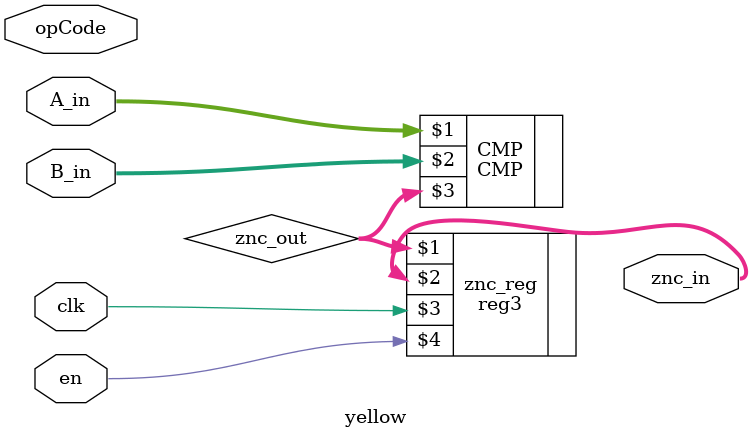
<source format=v>

module yellow(opCode,A_in,B_in,clk,en,znc_in);
    // Input Wires
    input [15:0]A_in;
    input [15:0]B_in;
    input [15:0]opCode;
    
    // I/O Wires
    output [2:0]znc_in;
    wire [2:0]znc_out;

    // Clock and enable
    input clk;
    input en;

    // Instructions
    CMP CMP(A_in,B_in,znc_out);

    // Registers
    reg3 znc_reg(znc_out,znc_in,clk,en);

endmodule
</source>
